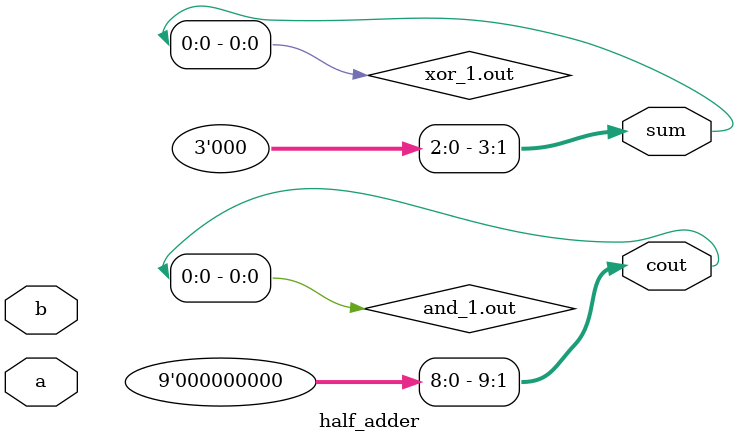
<source format=v>
module half_adder(input [3:0] a, b, output [3:0] sum, output [9:0] cout);
    and2 and_1 (.a(a), .b(b));
    xor2 xor_1 (.a(a), .b(b));
    
    assign sum = xor_1.out;
    assign cout = and_1.out;
endmodule

</source>
